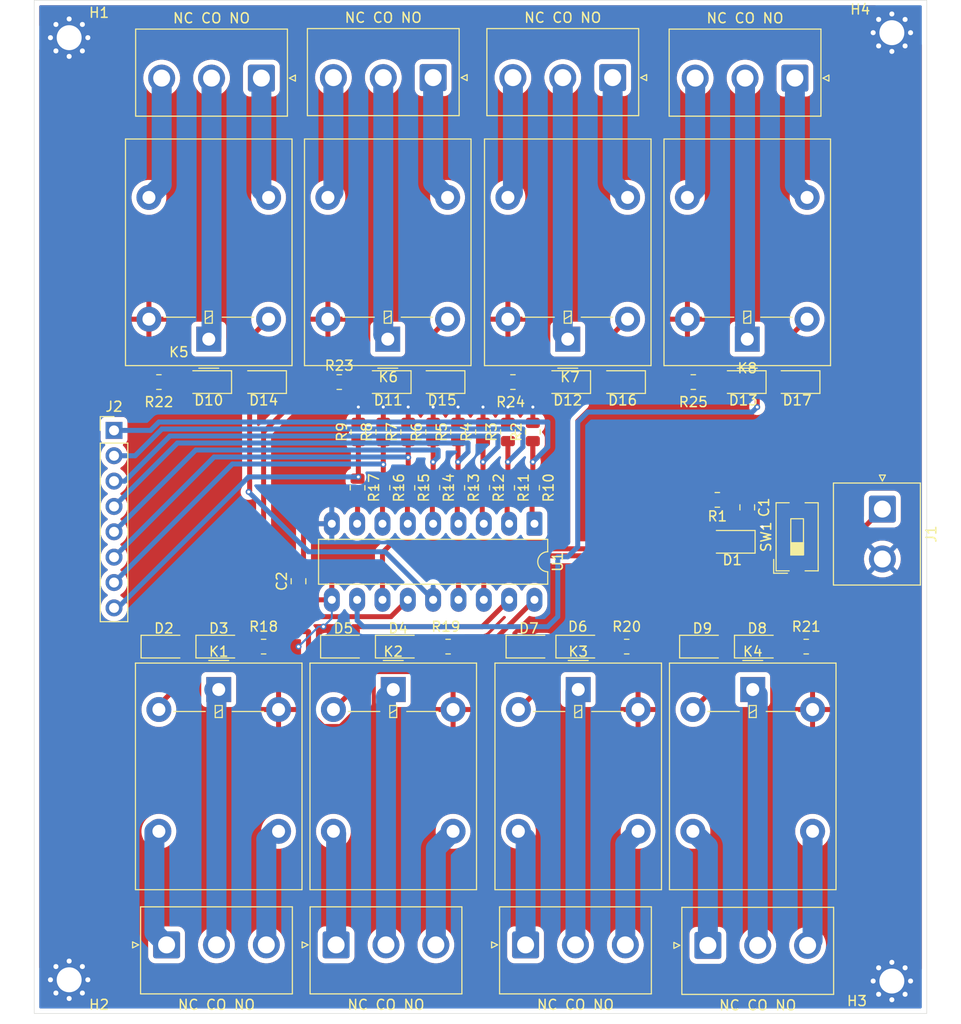
<source format=kicad_pcb>
(kicad_pcb (version 20241229) (generator "pcbnew") (generator_version "9.0")
  (layers (0 "F.Cu" signal) (2 "B.Cu" signal) (13 "F.Paste" user) (15 "B.Paste" user) (5 "F.SilkS" user "F.Silkscreen") (7 "B.SilkS" user "B.Silkscreen") (1 "F.Mask" user) (3 "B.Mask" user) (25 "Edge.Cuts" user))
  (net 0 "")
  (net 1 "GND")
  (net 2 "VCC")
  (net 3 "Net-(D1-A)")
  (net 4 "/01")
  (net 5 "Net-(D3-A)")
  (net 6 "Net-(D4-A)")
  (net 7 "/02")
  (net 8 "Net-(D6-A)")
  (net 9 "/03")
  (net 10 "Net-(D8-A)")
  (net 11 "/04")
  (net 12 "/05")
  (net 13 "Net-(D10-A)")
  (net 14 "/06")
  (net 15 "Net-(D11-A)")
  (net 16 "/07")
  (net 17 "Net-(D12-A)")
  (net 18 "Net-(D13-A)")
  (net 19 "/08")
  (net 20 "Net-(J1-Pin_1)")
  (net 21 "Net-(J2-Pin_4)")
  (net 22 "Net-(J2-Pin_1)")
  (net 23 "Net-(J2-Pin_8)")
  (net 24 "Net-(J2-Pin_7)")
  (net 25 "Net-(J2-Pin_6)")
  (net 26 "Net-(J2-Pin_3)")
  (net 27 "Net-(J2-Pin_5)")
  (net 28 "Net-(J2-Pin_2)")
  (net 29 "Net-(J3-Pin_3)")
  (net 30 "Net-(J3-Pin_2)")
  (net 31 "Net-(J3-Pin_1)")
  (net 32 "Net-(J4-Pin_3)")
  (net 33 "Net-(J4-Pin_2)")
  (net 34 "Net-(J4-Pin_1)")
  (net 35 "Net-(J5-Pin_3)")
  (net 36 "Net-(J5-Pin_2)")
  (net 37 "Net-(J5-Pin_1)")
  (net 38 "Net-(J6-Pin_2)")
  (net 39 "Net-(J6-Pin_3)")
  (net 40 "Net-(J6-Pin_1)")
  (net 41 "Net-(J7-Pin_3)")
  (net 42 "Net-(J7-Pin_2)")
  (net 43 "Net-(J7-Pin_1)")
  (net 44 "Net-(J8-Pin_1)")
  (net 45 "Net-(J8-Pin_2)")
  (net 46 "Net-(J8-Pin_3)")
  (net 47 "Net-(J9-Pin_3)")
  (net 48 "Net-(J9-Pin_1)")
  (net 49 "Net-(J9-Pin_2)")
  (net 50 "Net-(J10-Pin_1)")
  (net 51 "Net-(J10-Pin_3)")
  (net 52 "Net-(J10-Pin_2)")
  (net 53 "Net-(U1-I1)")
  (net 54 "Net-(U1-I2)")
  (net 55 "Net-(U1-I3)")
  (net 56 "Net-(U1-I4)")
  (net 57 "Net-(U1-I5)")
  (net 58 "Net-(U1-I6)")
  (net 59 "Net-(U1-I7)")
  (net 60 "Net-(U1-I8)")
  (footprint "Capacitor_SMD:C_0805_2012Metric" (layer "F.Cu") (at 114 102.45 90)
    (property "Reference" "C2")
    (property "Value" "100nf")
  )
  (footprint "Relay_THT:Relay_SPDT_Omron-G5LE-1" (layer "F.Cu") (at 105 78.2 180)
    (property "Reference" "K5")
    (property "Value" "G5LE-1")
  )
  (footprint "Diode_SMD:D_1206_3216Metric" (layer "F.Cu") (at 164 82.5 180)
    (property "Reference" "D17")
    (property "Value" "D_Small")
  )
  (footprint "Resistor_SMD:R_0805_2012Metric" (layer "F.Cu") (at 137.5 87.5 90)
    (property "Reference" "R2")
    (property "Value" "10k")
  )
  (footprint "MountingHole:MountingHole_2.5mm_Pad_Via" (layer "F.Cu") (at 91 142.375)
    (property "Reference" "H2")
    (property "Value" "MountingHole_Pad")
  )
  (footprint "Connector_JST:JST_NV_B03P-NV_1x03_P5.00mm_Vertical" (layer "F.Cu") (at 127.5 52 180)
    (property "Reference" "J8" (hide yes))
    (property "Value" "NC CO NO")
  )
  (footprint "Resistor_SMD:R_0805_2012Metric" (layer "F.Cu") (at 129 109 180)
    (property "Reference" "R19")
    (property "Value" "680E")
  )
  (footprint "Diode_SMD:D_1206_3216Metric" (layer "F.Cu") (at 128.4 82.5 180)
    (property "Reference" "D15")
    (property "Value" "D_Small")
  )
  (footprint "Resistor_SMD:R_0805_2012Metric" (layer "F.Cu") (at 100 82.5)
    (property "Reference" "R22")
    (property "Value" "680E")
  )
  (footprint "LED_SMD:LED_1206_3216Metric" (layer "F.Cu") (at 124 109)
    (property "Reference" "D4")
    (property "Value" "LED")
  )
  (footprint "MountingHole:MountingHole_2.5mm_Pad_Via" (layer "F.Cu") (at 91 48)
    (property "Reference" "H1")
    (property "Value" "MountingHole_Pad")
  )
  (footprint "Resistor_SMD:R_0805_2012Metric" (layer "F.Cu") (at 119.92 93.0875 -90)
    (property "Reference" "R17")
    (property "Value" "10k")
  )
  (footprint "Resistor_SMD:R_0805_2012Metric" (layer "F.Cu") (at 118.0875 82.5)
    (property "Reference" "R23")
    (property "Value" "680E")
  )
  (footprint "Resistor_SMD:R_0805_2012Metric" (layer "F.Cu") (at 110.5 109 180)
    (property "Reference" "R18")
    (property "Value" "680E")
  )
  (footprint "MountingHole:MountingHole_2.5mm_Pad_Via" (layer "F.Cu") (at 173.5 142.5)
    (property "Reference" "H3")
    (property "Value" "MountingHole_Pad")
  )
  (footprint "Resistor_SMD:R_0805_2012Metric" (layer "F.Cu") (at 130 87.5 90)
    (property "Reference" "R5")
    (property "Value" "10k")
  )
  (footprint "Resistor_SMD:R_0805_2012Metric" (layer "F.Cu") (at 122.42 93.0875 -90)
    (property "Reference" "R16")
    (property "Value" "10k")
  )
  (footprint "Resistor_SMD:R_0805_2012Metric" (layer "F.Cu") (at 156 94.3 180)
    (property "Reference" "R1")
    (property "Value" "680E")
  )
  (footprint "LED_SMD:LED_1206_3216Metric" (layer "F.Cu") (at 141 82.5 180)
    (property "Reference" "D12")
    (property "Value" "LED")
  )
  (footprint "Relay_THT:Relay_SPDT_Omron-G5LE-1" (layer "F.Cu") (at 123.5 113.3)
    (property "Reference" "K2")
    (property "Value" "G5LE-1")
  )
  (footprint "LED_SMD:LED_1206_3216Metric" (layer "F.Cu") (at 123 82.5 180)
    (property "Reference" "D11")
    (property "Value" "LED")
  )
  (footprint "Relay_THT:Relay_SPDT_Omron-G5LE-1" (layer "F.Cu") (at 122.95 78.2 180)
    (property "Reference" "K6")
    (property "Value" "G5LE-1")
  )
  (footprint "Diode_SMD:D_1206_3216Metric" (layer "F.Cu") (at 110.5 82.5 180)
    (property "Reference" "D14")
    (property "Value" "D_Small")
  )
  (footprint "Connector_JST:JST_NV_B03P-NV_1x03_P5.00mm_Vertical" (layer "F.Cu") (at 110.2775 52.05 180)
    (property "Reference" "J7" (hide yes))
    (property "Value" "NC CO NO")
  )
  (footprint "Connector_JST:JST_NV_B03P-NV_1x03_P5.00mm_Vertical" (layer "F.Cu") (at 155.05 138.9275)
    (property "Reference" "J6" (hide yes))
    (property "Value" "NC CO NO")
  )
  (footprint "LED_SMD:LED_1206_3216Metric" (layer "F.Cu") (at 106 109)
    (property "Reference" "D3")
    (property "Value" "LED")
  )
  (footprint "Resistor_SMD:R_0805_2012Metric" (layer "F.Cu") (at 127.5 87.5 90)
    (property "Reference" "R6")
    (property "Value" "10k")
  )
  (footprint "Connector_JST:JST_NV_B03P-NV_1x03_P5.00mm_Vertical" (layer "F.Cu") (at 163.7775 52.05 180)
    (property "Reference" "J10" (hide yes))
    (property "Value" "NC CO NO")
  )
  (footprint "Connector_PinHeader_2.54mm:PinHeader_1x08_P2.54mm_Vertical" (layer "F.Cu") (at 95.5 87.34)
    (property "Reference" "J2")
    (property "Value" "Inputs")
  )
  (footprint "Capacitor_SMD:C_0805_2012Metric" (layer "F.Cu") (at 159 95.05 -90)
    (property "Reference" "C1")
    (property "Value" "100nf")
  )
  (footprint "Resistor_SMD:R_0805_2012Metric" (layer "F.Cu") (at 146.9125 109 180)
    (property "Reference" "R20")
    (property "Value" "680E")
  )
  (footprint "Resistor_SMD:R_0805_2012Metric" (layer "F.Cu") (at 125 87.5 90)
    (property "Reference" "R7")
    (property "Value" "10k")
  )
  (footprint "Resistor_SMD:R_0805_2012Metric" (layer "F.Cu") (at 124.92 93.0875 -90)
    (property "Reference" "R15")
    (property "Value" "10k")
  )
  (footprint "Diode_SMD:D_1206_3216Metric" (layer "F.Cu") (at 146.5 82.5 180)
    (property "Reference" "D16")
    (property "Value" "D_Small")
  )
  (footprint "Relay_THT:Relay_SPDT_Omron-G5LE-1" (layer "F.Cu") (at 142.05 113.3)
    (property "Reference" "K3")
    (property "Value" "G5LE-1")
  )
  (footprint "Resistor_SMD:R_0805_2012Metric" (layer "F.Cu") (at 129.92 93.0875 -90)
    (property "Reference" "R13")
    (property "Value" "10k")
  )
  (footprint "LED_SMD:LED_1206_3216Metric" (layer "F.Cu") (at 157.5 98.5 180)
    (property "Reference" "D1")
    (property "Value" "LED")
  )
  (footprint "Connector_JST:JST_NV_B03P-NV_1x03_P5.00mm_Vertical" (layer "F.Cu") (at 136.7725 138.8775)
    (property "Reference" "J5" (hide yes))
    (property "Value" "NC CO NO")
  )
  (footprint "MountingHole:MountingHole_2.5mm_Pad_Via" (layer "F.Cu") (at 173.5 47.5)
    (property "Reference" "H4")
    (property "Value" "MountingHole_Pad")
  )
  (footprint "Resistor_SMD:R_0805_2012Metric" (layer "F.Cu") (at 164.9125 109 180)
    (property "Reference" "R21")
    (property "Value" "680E")
  )
  (footprint "Resistor_SMD:R_0805_2012Metric" (layer "F.Cu") (at 137.42 93.0875 -90)
    (property "Reference" "R10")
    (property "Value" "10k")
  )
  (footprint "Diode_SMD:D_1206_3216Metric" (layer "F.Cu") (at 154.5 109)
    (property "Reference" "D9")
    (property "Value" "D_Small")
  )
  (footprint "Resistor_SMD:R_0805_2012Metric" (layer "F.Cu") (at 134.92 93.0875 -90)
    (property "Reference" "R11")
    (property "Value" "10k")
  )
  (footprint "Connector_JST:JST_NV_B02P-NV_1x02_P5.00mm_Vertical" (layer "F.Cu") (at 172.55 95.2225 -90)
    (property "Reference" "J1")
    (property "Value" "power")
  )
  (footprint "Resistor_SMD:R_0805_2012Metric" (layer "F.Cu") (at 120 87.5 90)
    (property "Reference" "R9")
    (property "Value" "10k")
  )
  (footprint "Resistor_SMD:R_0805_2012Metric" (layer "F.Cu") (at 153.5875 82.5)
    (property "Reference" "R25")
    (property "Value" "680E")
  )
  (footprint "Relay_THT:Relay_SPDT_Omron-G5LE-1" (layer "F.Cu") (at 159 78.2 180)
    (property "Reference" "K8")
    (property "Value" "G5LE-1")
  )
  (footprint "Resistor_SMD:R_0805_2012Metric" (layer "F.Cu") (at 135.5 82.5)
    (property "Reference" "R24")
    (property "Value" "680E")
  )
  (footprint "Relay_THT:Relay_SPDT_Omron-G5LE-1" (layer "F.Cu") (at 141 78.2 180)
    (property "Reference" "K7")
    (property "Value" "G5LE-1")
  )
  (footprint "Connector_JST:JST_NV_B03P-NV_1x03_P5.00mm_Vertical" (layer "F.Cu") (at 145.5 52 180)
    (property "Reference" "J9" (hide yes))
    (property "Value" "NC CO NO")
  )
  (footprint "Relay_THT:Relay_SPDT_Omron-G5LE-1" (layer "F.Cu") (at 159.55 113.3)
    (property "Reference" "K4")
    (property "Value" "G5LE-1")
  )
  (footprint "Package_DIP:DIP-18_W7.62mm_LongPads" (layer "F.Cu") (at 137.66 96.69 -90)
    (property "Reference" "U1")
    (property "Value" "ULN2803A")
  )
  (footprint "LED_SMD:LED_1206_3216Metric" (layer "F.Cu") (at 160 109)
    (property "Reference" "D8")
    (property "Value" "LED")
  )
  (footprint "Resistor_SMD:R_0805_2012Metric" (layer "F.Cu") (at 132.5 87.5 90)
    (property "Reference" "R4")
    (property "Value" "10k")
  )
  (footprint "Resistor_SMD:R_0805_2012Metric" (layer "F.Cu") (at 135 87.5 90)
    (property "Reference" "R3")
    (property "Value" "10k")
  )
  (footprint "Diode_SMD:D_1206_3216Metric" (layer "F.Cu") (at 100.5 109)
    (property "Reference" "D2")
    (property "Value" "D_Small")
  )
  (footprint "Resistor_SMD:R_0805_2012Metric" (layer "F.Cu") (at 132.42 93.0875 -90)
    (property "Reference" "R12")
    (property "Value" "10k")
  )
  (footprint "LED_SMD:LED_1206_3216Metric" (layer "F.Cu") (at 158.6 82.5 180)
    (property "Reference" "D13")
    (property "Value" "LED")
  )
  (footprint "Connector_JST:JST_NV_B03P-NV_1x03_P5.00mm_Vertical" (layer "F.Cu") (at 117.7725 138.8775)
    (property "Reference" "J4" (hide yes))
    (property "Value" "NC CO NO")
  )
  (footprint "Diode_SMD:D_1206_3216Metric" (layer "F.Cu") (at 137.1 109)
    (property "Reference" "D7")
    (property "Value" "D_Small")
  )
  (footprint "Button_Switch_SMD:SW_DIP_SPSTx01_Slide_6.7x4.1mm_W8.61mm_P2.54mm_LowProfile" (layer "F.Cu") (at 164 98 90)
    (property "Reference" "SW1")
    (property "Value" "SW_SPST")
  )
  (footprint "Connector_JST:JST_NV_B03P-NV_1x03_P5.00mm_Vertical" (layer "F.Cu") (at 100.7725 138.8775)
    (property "Reference" "J3" (hide yes))
    (property "Value" "NC CO NO")
  )
  (footprint "LED_SMD:LED_1206_3216Metric" (layer "F.Cu") (at 142.1 109)
    (property "Reference" "D6")
    (property "Value" "LED")
  )
  (footprint "Resistor_SMD:R_0805_2012Metric" (layer "F.Cu") (at 127.42 93.0875 -90)
    (property "Reference" "R14")
    (property "Value" "10k")
  )
  (footprint "Resistor_SMD:R_0805_2012Metric" (layer "F.Cu") (at 122.5 87.5 90)
    (property "Reference" "R8")
    (property "Value" "10k")
  )
  (footprint "Diode_SMD:D_1206_3216Metric" (layer "F.Cu") (at 118.5 109)
    (property "Reference" "D5")
    (property "Value" "D_Small")
  )
  (footprint "LED_SMD:LED_1206_3216Metric" (layer "F.Cu") (at 105 82.5 180)
    (property "Reference" "D10")
    (property "Value" "LED")
  )
  (footprint "Relay_THT:Relay_SPDT_Omron-G5LE-1" (layer "F.Cu") (at 106 113.3)
    (property "Reference" "K1")
    (property "Value" "G5LE-1")
  )
  (gr_rect (start 87.5 44.25) (end 177 145.75) (stroke (width 0.05)) (fill no) (layer "Edge.Cuts"))
  (segment (start 159 96) (end 160 97) (width 0.5) (layer "F.Cu") (net 1))
  (segment (start 122.5 86.5875) (end 122.5 85) (width 0.5) (layer "F.Cu") (net 1))
  (segment (start 158.9 98.5) (end 158.9 96.1) (width 0.5) (layer "F.Cu") (net 1))
  (segment (start 120 86.5875) (end 120 85) (width 0.5) (layer "F.Cu") (net 1))
  (segment (start 132.5 86.5875) (end 132.5 85) (width 0.5) (layer "F.Cu") (net 1))
  (segment (start 114.5 96.69) (end 117.34 96.69) (width 0.5) (layer "F.Cu") (net 1))
  (segment (start 114 101.5) (end 114.5 101) (width 0.5) (layer "F.Cu") (net 1))
  (segment (start 160 97) (end 160.5 97) (width 0.5) (layer "F.Cu") (net 1))
  (segment (start 125 86.5875) (end 125 85) (width 0.5) (layer "F.Cu") (net 1))
  (segment (start 127.5 86.5875) (end 127.5 85) (width 0.5) (layer "F.Cu") (net 1))
  (segment (start 135 86.5875) (end 135 85) (width 0.5) (layer "F.Cu") (net 1))
  (segment (start 158.9 96.1) (end 159 96) (width 0.5) (layer "F.Cu") (net 1))
  (segment (start 137.5 86.5875) (end 137.5 85) (width 0.5) (layer "F.Cu") (net 1))
  (segment (start 114.5 101) (end 114.5 96.69) (width 0.5) (layer "F.Cu") (net 1))
  (segment (start 130 86.5875) (end 130 85) (width 0.5) (layer "F.Cu") (net 1))
  (via (at 122.5 85) (size 0.6) (drill 0.3) (layers "F.Cu" "B.Cu") (net 1))
  (via (at 120 85) (size 0.6) (drill 0.3) (layers "F.Cu" "B.Cu") (net 1))
  (via (at 160.5 97) (size 0.6) (drill 0.3) (layers "F.Cu" "B.Cu") (net 1))
  (via (at 132.5 85) (size 0.6) (drill 0.3) (layers "F.Cu" "B.Cu") (net 1))
  (via (at 135 85) (size 0.6) (drill 0.3) (layers "F.Cu" "B.Cu") (net 1))
  (via (at 130 85) (size 0.6) (drill 0.3) (layers "F.Cu" "B.Cu") (net 1))
  (via (at 137.5 85) (size 0.6) (drill 0.3) (layers "F.Cu" "B.Cu") (net 1))
  (via (at 127.5 85) (size 0.6) (drill 0.3) (layers "F.Cu" "B.Cu") (net 1))
  (via (at 125 85) (size 0.6) (drill 0.3) (layers "F.Cu" "B.Cu") (net 1))
  (segment (start 114.91 104.31) (end 114 103.4) (width 0.2) (layer "F.Cu") (net 2))
  (segment (start 117.34 104.31) (end 114.91 104.31) (width 0.2) (layer "F.Cu") (net 2))
  (segment (start 111.4125 109) (end 114 109) (width 0.2) (layer "F.Cu") (net 2))
  (segment (start 117.1 107.6) (end 116.5 107) (width 0.2) (layer "F.Cu") (net 2))
  (segment (start 117.1 109) (end 117.1 107.6) (width 0.2) (layer "F.Cu") (net 2))
  (via (at 116.5 107) (size 0.6) (drill 0.3) (layers "F.Cu" "B.Cu") (net 2))
  (via (at 114 109) (size 0.6) (drill 0.3) (layers "F.Cu" "B.Cu") (net 2))
  (segment (start 117.34 104.31) (end 117.34 106.16) (width 0.2) (layer "B.Cu") (net 2))
  (segment (start 117.34 106.16) (end 116.5 107) (width 0.2) (layer "B.Cu") (net 2))
  (segment (start 116 107) (end 114 109) (width 0.2) (layer "B.Cu") (net 2))
  (segment (start 116.5 107) (end 116 107) (width 0.2) (layer "B.Cu") (net 2))
  (segment (start 155.0875 94.3) (end 155.0875 96.0875) (width 0.5) (layer "F.Cu") (net 3))
  (segment (start 155.0875 96.0875) (end 156.1 97.1) (width 0.5) (layer "F.Cu") (net 3))
  (segment (start 156.1 97.1) (end 156.1 98.5) (width 0.5) (layer "F.Cu") (net 3))
  (segment (start 130.5 111.5) (end 120.601 111.5) (width 0.5) (layer "F.Cu") (net 4))
  (segment (start 101.9 109) (end 101.9 112.95) (width 0.5) (layer "F.Cu") (net 4))
  (segment (start 101.9 112.95) (end 99.55 115.3) (width 0.5) (layer "F.Cu") (net 4))
  (segment (start 132 110) (end 130.5 111.5) (width 0.5) (layer "F.Cu") (net 4))
  (segment (start 104.6 109) (end 101.9 109) (width 0.5) (layer "F.Cu") (net 4))
  (segment (start 137.66 104.31) (end 132 109.97) (width 0.5) (layer "F.Cu") (net 4))
  (segment (start 120.601 114.604578) (end 118.204578 117.001) (width 0.5) (layer "F.Cu") (net 4))
  (segment (start 118.204578 117.001) (end 116.501 117.001) (width 0.5) (layer "F.Cu") (net 4))
  (segment (start 132 109.97) (end 132 110) (width 0.5) (layer "F.Cu") (net 4))
  (segment (start 106.1 107.5) (end 104.6 109) (width 0.5) (layer "F.Cu") (net 4))
  (segment (start 115 107.5) (end 106.1 107.5) (width 0.5) (layer "F.Cu") (net 4))
  (segment (start 115 115.5) (end 115 107.5) (width 0.5) (layer "F.Cu") (net 4))
  (segment (start 116.501 117.001) (end 115 115.5) (width 0.5) (layer "F.Cu") (net 4))
  (segment (start 120.601 111.5) (end 120.601 114.604578) (width 0.5) (layer "F.Cu") (net 4))
  (segment (start 109.5875 109) (end 107.4 109) (width 0.5) (layer "F.Cu") (net 5))
  (segment (start 128.0875 109) (end 125.4 109) (width 0.5) (layer "F.Cu") (net 6))
  (segment (start 119.5 107) (end 119.9 107.4) (width 0.5) (layer "F.Cu") (net 7))
  (segment (start 122.6 109) (end 119.9 109) (width 0.5) (layer "F.Cu") (net 7))
  (segment (start 132.43 107) (end 119.5 107) (width 0.5) (layer "F.Cu") (net 7))
  (segment (start 119.9 112.9) (end 117.5 115.3) (width 0.5) (layer "F.Cu") (net 7))
  (segment (start 119.9 107.4) (end 119.9 109) (width 0.5) (layer "F.Cu") (net 7))
  (segment (start 135.12 104.31) (end 132.43 107) (width 0.5) (layer "F.Cu") (net 7))
  (segment (start 119.9 109) (end 119.9 112.9) (width 0.5) (layer "F.Cu") (net 7))
  (segment (start 146 109) (end 143.5 109) (width 0.5) (layer "F.Cu") (net 8))
  (segment (start 142.5 101.902) (end 142.5 106.5) (width 0.5) (layer "F.Cu") (net 9))
  (segment (start 142.5 107.2) (end 140.7 109) (width 0.5) (layer "F.Cu") (net 9))
  (segment (start 142.5 106.6) (end 142.5 107.2) (width 0.5) (layer "F.Cu") (net 9))
  (segment (start 142.5 106.5) (end 142.6 106.5) (width 0.5) (layer "F.Cu") (net 9))
  (segment (start 140.7 109) (end 138.5 109) (width 0.5) (layer "F.Cu") (net 9))
  (segment (start 144.5 99.902) (end 142.5 101.902) (width 0.5) (layer "F.Cu") (net 9))
  (segment (start 132.58 104.31) (end 132.58 100.42) (width 0.5) (layer "F.Cu") (net 9))
  (segment (start 133.098 99.902) (end 144.5 99.902) (width 0.5) (layer "F.Cu") (net 9))
  (segment (start 138.5 112.85) (end 136.05 115.3) (width 0.5) (layer "F.Cu") (net 9))
  (segment (start 138.5 109) (end 138.5 112.85) (width 0.5) (layer "F.Cu") (net 9))
  (segment (start 142.6 106.5) (end 142.5 106.6) (width 0.5) (layer "F.Cu") (net 9))
  (segment (start 132.58 100.42) (end 133.098 99.902) (width 0.5) (layer "F.Cu") (net 9))
  (segment (start 161.4 109) (end 164 109) (width 0.2) (layer "F.Cu") (net 10))
  (segment (start 158.6 109) (end 155.9 109) (width 0.5) (layer "F.Cu") (net 11))
  (segment (start 155.9 109) (end 155.9 112.95) (width 0.5) (layer "F.Cu") (net 11))
  (segment (start 155.9 112.95) (end 153.55 115.3) (width 0.5) (layer "F.Cu") (net 11))
  (segment (start 131 99.201) (end 153.299 99.201) (width 0.5) (layer "F.Cu") (net 11))
  (segment (start 155.9 101.802) (end 155.9 109) (width 0.5) (layer "F.Cu") (net 11))
  (segment (start 153.299 99.201) (end 155.9 101.802) (width 0.5) (layer "F.Cu") (net 11))
  (segment (start 130.04 100.161) (end 131 99.201) (width 0.5) (layer "F.Cu") (net 11))
  (segment (start 130.04 104.31) (end 130.04 100.161) (width 0.5) (layer "F.Cu") (net 11))
  (segment (start 106.4 82.5) (end 109.1 82.5) (width 0.5) (layer "F.Cu") (net 12))
  (segment (start 111 76.2) (end 109.1 78.1) (width 0.5) (layer "F.Cu") (net 12))
  (segment (start 109.1 78.1) (end 109.1 82.5) (width 0.5) (layer "F.Cu") (net 12))
  (segment (start 109.1 82.5) (end 109.1 93.4) (width 0.5) (layer "F.Cu") (net 12))
  (segment (start 109.1 93.4) (end 109 93.5) (width 0.5) (layer "F.Cu") (net 12))
  (via (at 109 93.5) (size 0.6) (drill 0.3) (layers "F.Cu" "B.Cu") (net 12))
  (segment (start 122.69 99.5) (end 115 99.5) (width 0.5) (layer "B.Cu") (net 12))
  (segment (start 127.5 104.31) (end 122.69 99.5) (width 0.5) (layer "B.Cu") (net 12))
  (segment (start 115 99.5) (end 109 93.5) (width 0.5) (layer "B.Cu") (net 12))
  (segment (start 127.5 104.31) (end 127.5 103) (width 0.5) (layer "B.Cu") (net 12))
  (segment (start 100.9125 82.5) (end 103.6 82.5) (width 0.5) (layer "F.Cu") (net 13))
  (segment (start 124.4 82.5) (end 127 82.5) (width 0.5) (layer "F.Cu") (net 14))
  (segment (start 110.5 87.5) (end 114 84) (width 0.5) (layer "F.Cu") (net 14))
  (segment (start 110.5 105) (end 110.5 87.5) (width 0.5) (layer "F.Cu") (net 14))
  (segment (start 124.96 104.31) (end 123.27 106) (width 0.5) (layer "F.Cu") (net 14))
  (segment (start 128.95 76.2) (end 127 78.15) (width 0.5) (layer "F.Cu") (net 14))
  (segment (start 127 78.15) (end 127 82.5) (width 0.5) (layer "F.Cu") (net 14))
  (segment (start 125 84) (end 125 83.1) (width 0.5) (layer "F.Cu") (net 14))
  (segment (start 111.5 106) (end 110.5 105) (width 0.5) (layer "F.Cu") (net 14))
  (segment (start 114 84) (end 125 84) (width 0.5) (layer "F.Cu") (net 14))
  (segment (start 125 83.1) (end 124.4 82.5) (width 0.5) (layer "F.Cu") (net 14))
  (segment (start 123.27 106) (end 111.5 106) (width 0.5) (layer "F.Cu") (net 14))
  (segment (start 119 82.5) (end 121.6 82.5) (width 0.5) (layer "F.Cu") (net 15))
  (segment (start 147 76.2) (end 145.1 78.1) (width 0.5) (layer "F.Cu") (net 16))
  (segment (start 142.4 84.6) (end 142.4 82.5) (width 0.5) (layer "F.Cu") (net 16))
  (segment (start 145.1 78.1) (end 145.1 82.5) (width 0.5) (layer "F.Cu") (net 16))
  (segment (start 141 86) (end 142.4 84.6) (width 0.5) (layer "F.Cu") (net 16))
  (segment (start 122.42 99.58) (end 123.5 98.5) (width 0.5) (layer "F.Cu") (net 16))
  (segment (start 141 98.5) (end 141 86) (width 0.5) (layer "F.Cu") (net 16))
  (segment (start 145.1 82.5) (end 142.4 82.5) (width 0.5) (layer "F.Cu") (net 16))
  (segment (start 123.5 98.5) (end 141 98.5) (width 0.5) (layer "F.Cu") (net 16))
  (segment (start 122.42 104.31) (end 122.42 99.58) (width 0.5) (layer "F.Cu") (net 16))
  (segment (start 136.4125 82.5) (end 139.6 82.5) (width 0.5) (layer "F.Cu") (net 17))
  (segment (start 154.5 82.5) (end 157.2 82.5) (width 0.5) (layer "F.Cu") (net 18))
  (segment (start 160 82.5) (end 160 85) (width 0.5) (layer "F.Cu") (net 19))
  (segment (start 160 82.5) (end 162.6 82.5) (width 0.5) (layer "F.Cu") (net 19))
  (segment (start 162.6 78.6) (end 162.6 82.5) (width 0.5) (layer "F.Cu") (net 19))
  (segment (start 165 76.2) (end 162.6 78.6) (width 0.5) (layer "F.Cu") (net 19))
  (via (at 160 85) (size 0.6) (drill 0.3) (layers "F.Cu" "B.Cu") (net 19))
  (segment (start 119.88 104.31) (end 119.88 106.38) (width 0.5) (layer "B.Cu") (net 19))
  (segment (start 139 107) (end 140 106) (width 0.5) (layer "B.Cu") (net 19))
  (segment (start 120.5 107) (end 139 107) (width 0.5) (layer "B.Cu") (net 19))
  (segment (start 119.88 106.38) (end 120.5 107) (width 0.5) (layer "B.Cu") (net 19))
  (segment (start 140 100) (end 141 100) (width 0.5) (layer "B.Cu") (net 19))
  (segment (start 142 86.5) (end 143 85.5) (width 0.5) (layer "B.Cu") (net 19))
  (segment (start 142 99) (end 142 86.5) (width 0.5) (layer "B.Cu") (net 19))
  (segment (start 159.5 85.5) (end 160 85) (width 0.5) (layer "B.Cu") (net 19))
  (segment (start 140 106) (end 140 100) (width 0.5) (layer "B.Cu") (net 19))
  (segment (start 143 85.5) (end 159.5 85.5) (width 0.5) (layer "B.Cu") (net 19))
  (segment (start 141 100) (end 142 99) (width 0.5) (layer "B.Cu") (net 19))
  (segment (start 167 100.7725) (end 172.55 95.2225) (width 0.5) (layer "F.Cu") (net 20))
  (segment (start 167 101) (end 167 100.7725) (width 0.5) (layer "F.Cu") (net 20))
  (segment (start 165.305 101) (end 167 101) (width 0.5) (layer "F.Cu") (net 20))
  (segment (start 164 102.305) (end 165.305 101) (width 0.5) (layer "F.Cu") (net 20))
  (segment (start 130 88.4125) (end 130 90.5) (width 0.5) (layer "F.Cu") (net 21))
  (segment (start 130 92.095) (end 129.92 92.175) (width 0.5) (layer "F.Cu") (net 21))
  (segment (start 130 90.5) (end 130 92.095) (width 0.5) (layer "F.Cu") (net 21))
  (via (at 130 90.5) (size 0.6) (drill 0.3) (layers "F.Cu" "B.Cu") (net 21))
  (segment (start 131 88.603) (end 131 89.5) (width 0.5) (layer "B.Cu") (net 21))
  (segment (start 95.5 94.96) (end 101.857 88.603) (width 0.5) (layer "B.Cu") (net 21))
  (segment (start 101.857 88.603) (end 131 88.603) (width 0.5) (layer "B.Cu") (net 21))
  (segment (start 131 89.5) (end 130 90.5) (width 0.5) (layer "B.Cu") (net 21))
  (segment (start 137.5 88.4125) (end 137.5 92.095) (width 0.5) (layer "F.Cu") (net 22))
  (segment (start 137.5 92.095) (end 137.42 92.175) (width 0.5) (layer "F.Cu") (net 22))
  (segment (start 137.5 88.4125) (end 137.5 90.5) (width 0.5) (layer "F.Cu") (net 22))
  (via (at 137.5 90.5) (size 0.6) (drill 0.3) (layers "F.Cu" "B.Cu") (net 22))
  (segment (start 139 89) (end 137.5 90.5) (width 0.5) (layer "B.Cu") (net 22))
  (segment (start 139 86.5) (end 139 89) (width 0.5) (layer "B.Cu") (net 22))
  (segment (start 99.16 87.34) (end 100 86.5) (width 0.5) (layer "B.Cu") (net 22))
  (segment (start 100 86.5) (end 139 86.5) (width 0.5) (layer "B.Cu") (net 22))
  (segment (start 95.5 87.34) (end 99.16 87.34) (width 0.5) (layer "B.Cu") (net 22))
  (segment (start 120 88.4125) (end 120 92.095) (width 0.5) (layer "F.Cu") (net 23))
  (segment (start 120 92.095) (end 119.92 92.175) (width 0.5) (layer "F.Cu") (net 23))
  (via (at 120 92) (size 0.6) (drill 0.3) (layers "F.Cu" "B.Cu") (net 23))
  (segment (start 109 92) (end 120 92) (width 0.5) (layer "B.Cu") (net 23))
  (segment (start 95.5 105.12) (end 95.88 105.12) (width 0.5) (layer "B.Cu") (net 23))
  (segment (start 95.88 105.12) (end 108.5 92.5) (width 0.5) (layer "B.Cu") (net 23))
  (segment (start 108.5 92.5) (end 109 92) (width 0.5) (layer "B.Cu") (net 23))
  (segment (start 122.5 92.095) (end 122.42 92.175) (width 0.5) (layer "F.Cu") (net 24))
  (segment (start 122.5 88.4125) (end 122.5 92.095) (width 0.5) (layer "F.Cu") (net 24))
  (via (at 122.5 90.755) (size 0.6) (drill 0.3) (layers "F.Cu" "B.Cu") (net 24))
  (segment (start 107.374 90.706) (end 122.5 90.706) (width 0.5) (layer "B.Cu") (net 24))
  (segment (start 95.5 102.58) (end 107.374 90.706) (width 0.5) (layer "B.Cu") (net 24))
  (segment (start 122.5 90.706) (end 122.5 90.755) (width 0.5) (layer "B.Cu") (net 24))
  (segment (start 125 88.4125) (end 125 92.095) (width 0.5) (layer "F.Cu") (net 25))
  (segment (start 125 92.095) (end 124.92 92.175) (width 0.5) (layer "F.Cu") (net 25))
  (via (at 125 90.054) (size 0.6) (drill 0.3) (layers "F.Cu" "B.Cu") (net 25))
  (segment (start 95.5 100.04) (end 105.535 90.005) (width 0.5) (layer "B.Cu") (net 25))
  (segment (start 105.535 90.005) (end 125 90.005) (width 0.5) (layer "B.Cu") (net 25))
  (segment (start 125 90.005) (end 125 90.054) (width 0.5) (layer "B.Cu") (net 25))
  (segment (start 132.5 90.5) (end 132.5 92.095) (width 0.5) (layer "F.Cu") (net 26))
  (segment (start 132.5 88.4125) (end 132.5 90.5) (width 0.5) (layer "F.Cu") (net 26))
  (segment (start 132.5 92.095) (end 132.42 92.175) (width 0.5) (layer "F.Cu") (net 26))
  (via (at 132.5 90.5) (size 0.6) (drill 0.3) (layers "F.Cu" "B.Cu") (net 26))
  (segment (start 134 87.902) (end 134 89) (width 0.5) (layer "B.Cu") (net 26))
  (segment (start 101.098 87.902) (end 134 87.902) (width 0.5) (layer "B.Cu") (net 26))
  (segment (start 95.5 92.42) (end 96.58 92.42) (width 0.5) (layer "B.Cu") (net 26))
  (segment (start 134 89) (end 132.5 90.5) (width 0.5) (layer "B.Cu") (net 26))
  (segment (start 96.58 92.42) (end 101.098 87.902) (width 0.5) (layer "B.Cu") (net 26))
  (segment (start 127.5 92.095) (end 127.42 92.175) (width 0.5) (layer "F.Cu") (net 27))
  (segment (start 127.5 90.5) (end 127.5 92.095) (width 0.5) (layer "F.Cu") (net 27))
  (segment (start 127.5 88.4125) (end 127.5 90.5) (width 0.5) (layer "F.Cu") (net 27))
  (via (at 127.5 90.5) (size 0.6) (drill 0.3) (layers "F.Cu" "B.Cu") (net 27))
  (segment (start 128 89.304) (end 128 90) (width 0.5) (layer "B.Cu") (net 27))
  (segment (start 95.5 97.5) (end 103.696 89.304) (width 0.5) (layer "B.Cu") (net 27))
  (segment (start 128 90) (end 127.5 90.5) (width 0.5) (layer "B.Cu") (net 27))
  (segment (start 103.696 89.304) (end 128 89.304) (width 0.5) (layer "B.Cu") (net 27))
  (segment (start 135 88.4125) (end 135 92.095) (width 0.5) (layer "F.Cu") (net 28))
  (segment (start 135 92.095) (end 134.92 92.175) (width 0.5) (layer "F.Cu") (net 28))
  (via (at 135 90.5) (size 0.6) (drill 0.3) (layers "F.Cu" "B.Cu") (net 28))
  (segment (start 100.299 87.201) (end 136.5 87.201) (width 0.5) (layer "B.Cu") (net 28))
  (segment (start 97.62 89.88) (end 100.299 87.201) (width 0.5) (layer "B.Cu") (net 28))
  (segment (start 136.5 87.201) (end 136.5 89) (width 0.5) (layer "B.Cu") (net 28))
  (segment (start 95.5 89.88) (end 97.62 89.88) (width 0.5) (layer "B.Cu") (net 28))
  (segment (start 136.5 89) (end 135 90.5) (width 0.5) (layer "B.Cu") (net 28))
  (segment (start 110.7725 128.2775) (end 111.55 127.5) (width 2) (layer "B.Cu") (net 29))
  (segment (start 110.7725 138.8775) (end 110.7725 128.2775) (width 2) (layer "B.Cu") (net 29))
  (segment (start 105.7725 138.8775) (end 105.7725 113.5225) (width 2) (layer "B.Cu") (net 30))
  (segment (start 105.7725 113.5225) (end 105.55 113.3) (width 2) (layer "B.Cu") (net 30))
  (segment (start 99.55 127.5) (end 99.55 137.655) (width 2) (layer "B.Cu") (net 31))
  (segment (start 99.55 137.655) (end 100.7725 138.8775) (width 2) (layer "B.Cu") (net 31))
  (segment (start 127.7725 138.8775) (end 127.7725 129.2275) (width 2) (layer "B.Cu") (net 32))
  (segment (start 127.7725 129.2275) (end 129.5 127.5) (width 2) (layer "B.Cu") (net 32))
  (segment (start 122.7725 138.8775) (end 122.7725 114.0275) (width 2) (layer "B.Cu") (net 33))
  (segment (start 122.7725 114.0275) (end 123.5 113.3) (width 2) (layer "B.Cu") (net 33))
  (segment (start 117.7725 127.7725) (end 117.5 127.5) (width 2) (layer "B.Cu") (net 34))
  (segment (start 117.7725 138.8775) (end 117.7725 127.7725) (width 2) (layer "B.Cu") (net 34))
  (segment (start 146.7725 128.7775) (end 148.05 127.5) (width 2) (layer "B.Cu") (net 35))
  (segment (start 146.7725 138.8775) (end 146.7725 128.7775) (width 2) (layer "B.Cu") (net 35))
  (segment (start 141.7725 138.8775) (end 141.7725 113.5775) (width 2) (layer "B.Cu") (net 36))
  (segment (start 141.7725 113.5775) (end 142.05 113.3) (width 2) (layer "B.Cu") (net 36))
  (segment (start 136.7725 138.8775) (end 136.7725 128.2225) (width 2) (layer "B.Cu") (net 37))
  (segment (start 136.7725 128.2225) (end 136.05 127.5) (width 2) (layer "B.Cu") (net 37))
  (segment (start 160.05 138.9275) (end 160.05 113.8) (width 2) (layer "B.Cu") (net 38))
  (segment (start 160.05 113.8) (end 159.55 113.3) (width 2) (layer "B.Cu") (net 38))
  (segment (start 165.55 138.4275) (end 165.05 138.9275) (width 2) (layer "B.Cu") (net 39))
  (segment (start 165.55 127.5) (end 165.55 138.4275) (width 2) (layer "B.Cu") (net 39))
  (segment (start 155.05 129) (end 153.55 127.5) (width 2) (layer "B.Cu") (net 40))
  (segment (start 155.05 138.9275) (end 155.05 129) (width 2) (layer "B.Cu") (net 40))
  (segment (start 100.2775 52.05) (end 100.2775 62.7225) (width 2) (layer "B.Cu") (net 41))
  (segment (start 100.2775 62.7225) (end 99 64) (width 2) (layer "B.Cu") (net 41))
  (segment (start 105.2775 77.9225) (end 105 78.2) (width 2) (layer "B.Cu") (net 42))
  (segment (start 105.2775 52.05) (end 105.2775 77.9225) (width 2) (layer "B.Cu") (net 42))
  (segment (start 110.2775 63.2775) (end 111 64) (width 2) (layer "B.Cu") (net 43))
  (segment (start 110.2775 52.05) (end 110.2775 63.2775) (width 2) (layer "B.Cu") (net 43))
  (segment (start 127.5 52) (end 127.5 62.55) (width 2) (layer "B.Cu") (net 44))
  (segment (start 127.5 62.55) (end 128.95 64) (width 2) (layer "B.Cu") (net 44))
  (segment (start 122.5 52) (end 122.5 77.75) (width 2) (layer "B.Cu") (net 45))
  (segment (start 122.5 77.75) (end 122.95 78.2) (width 2) (layer "B.Cu") (net 45))
  (segment (start 117.5 63.45) (end 116.95 64) (width 2) (layer "B.Cu") (net 46))
  (segment (start 117.5 52) (end 117.5 63.45) (width 2) (layer "B.Cu") (net 46))
  (segment (start 135.5 63.5) (end 135 64) (width 2) (layer "B.Cu") (net 47))
  (segment (start 135.5 52) (end 135.5 63.5) (width 2) (layer "B.Cu") (net 47))
  (segment (start 145.5 62.5) (end 147 64) (width 2) (layer "B.Cu") (net 48))
  (segment (start 145.5 52) (end 145.5 62.5) (width 2) (layer "B.Cu") (net 48))
  (segment (start 140.5 77.7) (end 141 78.2) (width 2) (layer "B.Cu") (net 49))
  (segment (start 140.5 52) (end 140.5 77.7) (width 2) (layer "B.Cu") (net 49))
  (segment (start 163.7775 62.7775) (end 165 64) (width 2) (layer "B.Cu") (net 50))
  (segment (start 163.7775 52.05) (end 163.7775 62.7775) (width 2) (layer "B.Cu") (net 50))
  (segment (start 153.7775 52.05) (end 153.7775 63.2225) (width 2) (layer "B.Cu") (net 51))
  (segment (start 153.7775 63.2225) (end 153 64) (width 2) (layer "B.Cu") (net 51))
  (segment (start 158.7775 77.9775) (end 159 78.2) (width 2) (layer "B.Cu") (net 52))
  (segment (start 158.7775 52.05) (end 158.7775 77.9775) (width 2) (layer "B.Cu") (net 52))
  (segment (start 137.42 96.45) (end 137.66 96.69) (width 0.5) (layer "F.Cu") (net 53))
  (segment (start 137.42 94) (end 137.42 96.45) (width 0.5) (layer "F.Cu") (net 53))
  (segment (start 134.92 96.49) (end 135.12 96.69) (width 0.5) (layer "F.Cu") (net 54))
  (segment (start 134.92 94) (end 134.92 96.49) (width 0.5) (layer "F.Cu") (net 54))
  (segment (start 132.42 94) (end 132.42 96.53) (width 0.5) (layer "F.Cu") (net 55))
  (segment (start 132.42 96.53) (end 132.58 96.69) (width 0.5) (layer "F.Cu") (net 55))
  (segment (start 129.92 96.57) (end 130.04 96.69) (width 0.5) (layer "F.Cu") (net 56))
  (segment (start 129.92 94) (end 129.92 96.57) (width 0.5) (layer "F.Cu") (net 56))
  (segment (start 127.42 96.61) (end 127.5 96.69) (width 0.5) (layer "F.Cu") (net 57))
  (segment (start 127.42 94) (end 127.42 96.61) (width 0.5) (layer "F.Cu") (net 57))
  (segment (start 124.92 94) (end 124.92 96.65) (width 0.5) (layer "F.Cu") (net 58))
  (segment (start 124.92 96.65) (end 124.96 96.69) (width 0.5) (layer "F.Cu") (net 58))
  (segment (start 122.42 94) (end 122.42 96.69) (width 0.5) (layer "F.Cu") (net 59))
  (segment (start 119.92 96.65) (end 119.88 96.69) (width 0.5) (layer "F.Cu") (net 60))
  (segment (start 119.92 94) (end 119.92 96.65) (width 0.5) (layer "F.Cu") (net 60))
  (zone (net 2) (net_name "VCC") (layer "F.Cu") (connect_pads (clearance 0.5)) (min_thickness 0.25) (fill yes (thermal_gap 0.5) (thermal_bridge_width 0.5))
    (polygon (pts (xy 87.5 44.5) (xy 177 44.5) (xy 177 146) (xy 87.5 146)))
  )
  (zone (net 1) (net_name "GND") (layer "B.Cu") (priority 1) (connect_pads (clearance 0.5)) (min_thickness 0.25) (fill yes (thermal_gap 0.5) (thermal_bridge_width 0.5))
    (polygon (pts (xy 87.5 44.5) (xy 177 44.5) (xy 177 146) (xy 87.5 146)))
  )
)
</source>
